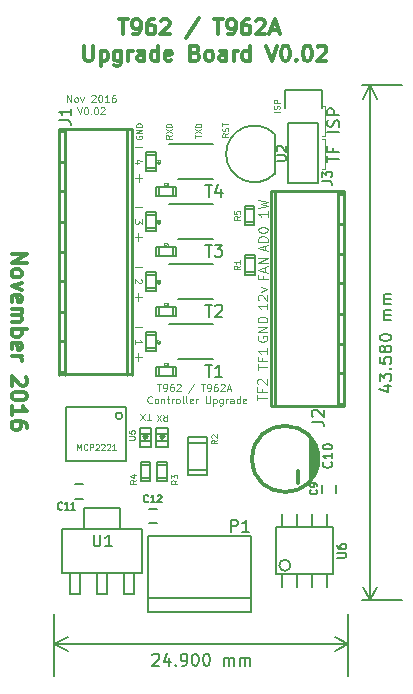
<source format=gto>
G04 #@! TF.FileFunction,Legend,Top*
%FSLAX46Y46*%
G04 Gerber Fmt 4.6, Leading zero omitted, Abs format (unit mm)*
G04 Created by KiCad (PCBNEW 4.0.4-stable) date 11/10/16 15:29:45*
%MOMM*%
%LPD*%
G01*
G04 APERTURE LIST*
%ADD10C,0.100000*%
%ADD11C,0.125000*%
%ADD12C,0.300000*%
%ADD13C,0.200000*%
%ADD14C,0.254000*%
%ADD15C,0.127000*%
%ADD16C,0.150000*%
%ADD17C,0.304800*%
%ADD18C,0.040640*%
%ADD19C,0.099060*%
%ADD20C,0.119380*%
%ADD21C,0.149860*%
%ADD22C,0.200660*%
G04 APERTURE END LIST*
D10*
D11*
X141018570Y-118188929D02*
X141361427Y-118188929D01*
X141189998Y-118788929D02*
X141189998Y-118188929D01*
X141589999Y-118788929D02*
X141704284Y-118788929D01*
X141761427Y-118760357D01*
X141789999Y-118731786D01*
X141847141Y-118646071D01*
X141875713Y-118531786D01*
X141875713Y-118303214D01*
X141847141Y-118246071D01*
X141818570Y-118217500D01*
X141761427Y-118188929D01*
X141647141Y-118188929D01*
X141589999Y-118217500D01*
X141561427Y-118246071D01*
X141532856Y-118303214D01*
X141532856Y-118446071D01*
X141561427Y-118503214D01*
X141589999Y-118531786D01*
X141647141Y-118560357D01*
X141761427Y-118560357D01*
X141818570Y-118531786D01*
X141847141Y-118503214D01*
X141875713Y-118446071D01*
X142389999Y-118188929D02*
X142275713Y-118188929D01*
X142218570Y-118217500D01*
X142189999Y-118246071D01*
X142132856Y-118331786D01*
X142104285Y-118446071D01*
X142104285Y-118674643D01*
X142132856Y-118731786D01*
X142161428Y-118760357D01*
X142218570Y-118788929D01*
X142332856Y-118788929D01*
X142389999Y-118760357D01*
X142418570Y-118731786D01*
X142447142Y-118674643D01*
X142447142Y-118531786D01*
X142418570Y-118474643D01*
X142389999Y-118446071D01*
X142332856Y-118417500D01*
X142218570Y-118417500D01*
X142161428Y-118446071D01*
X142132856Y-118474643D01*
X142104285Y-118531786D01*
X142675714Y-118246071D02*
X142704285Y-118217500D01*
X142761428Y-118188929D01*
X142904285Y-118188929D01*
X142961428Y-118217500D01*
X142989999Y-118246071D01*
X143018571Y-118303214D01*
X143018571Y-118360357D01*
X142989999Y-118446071D01*
X142647142Y-118788929D01*
X143018571Y-118788929D01*
X144161429Y-118160357D02*
X143647143Y-118931786D01*
X144732857Y-118188929D02*
X145075714Y-118188929D01*
X144904285Y-118788929D02*
X144904285Y-118188929D01*
X145304286Y-118788929D02*
X145418571Y-118788929D01*
X145475714Y-118760357D01*
X145504286Y-118731786D01*
X145561428Y-118646071D01*
X145590000Y-118531786D01*
X145590000Y-118303214D01*
X145561428Y-118246071D01*
X145532857Y-118217500D01*
X145475714Y-118188929D01*
X145361428Y-118188929D01*
X145304286Y-118217500D01*
X145275714Y-118246071D01*
X145247143Y-118303214D01*
X145247143Y-118446071D01*
X145275714Y-118503214D01*
X145304286Y-118531786D01*
X145361428Y-118560357D01*
X145475714Y-118560357D01*
X145532857Y-118531786D01*
X145561428Y-118503214D01*
X145590000Y-118446071D01*
X146104286Y-118188929D02*
X145990000Y-118188929D01*
X145932857Y-118217500D01*
X145904286Y-118246071D01*
X145847143Y-118331786D01*
X145818572Y-118446071D01*
X145818572Y-118674643D01*
X145847143Y-118731786D01*
X145875715Y-118760357D01*
X145932857Y-118788929D01*
X146047143Y-118788929D01*
X146104286Y-118760357D01*
X146132857Y-118731786D01*
X146161429Y-118674643D01*
X146161429Y-118531786D01*
X146132857Y-118474643D01*
X146104286Y-118446071D01*
X146047143Y-118417500D01*
X145932857Y-118417500D01*
X145875715Y-118446071D01*
X145847143Y-118474643D01*
X145818572Y-118531786D01*
X146390001Y-118246071D02*
X146418572Y-118217500D01*
X146475715Y-118188929D01*
X146618572Y-118188929D01*
X146675715Y-118217500D01*
X146704286Y-118246071D01*
X146732858Y-118303214D01*
X146732858Y-118360357D01*
X146704286Y-118446071D01*
X146361429Y-118788929D01*
X146732858Y-118788929D01*
X146961430Y-118617500D02*
X147247144Y-118617500D01*
X146904287Y-118788929D02*
X147104287Y-118188929D01*
X147304287Y-118788929D01*
X140575714Y-119756786D02*
X140547143Y-119785357D01*
X140461429Y-119813929D01*
X140404286Y-119813929D01*
X140318571Y-119785357D01*
X140261429Y-119728214D01*
X140232857Y-119671071D01*
X140204286Y-119556786D01*
X140204286Y-119471071D01*
X140232857Y-119356786D01*
X140261429Y-119299643D01*
X140318571Y-119242500D01*
X140404286Y-119213929D01*
X140461429Y-119213929D01*
X140547143Y-119242500D01*
X140575714Y-119271071D01*
X140918571Y-119813929D02*
X140861429Y-119785357D01*
X140832857Y-119756786D01*
X140804286Y-119699643D01*
X140804286Y-119528214D01*
X140832857Y-119471071D01*
X140861429Y-119442500D01*
X140918571Y-119413929D01*
X141004286Y-119413929D01*
X141061429Y-119442500D01*
X141090000Y-119471071D01*
X141118571Y-119528214D01*
X141118571Y-119699643D01*
X141090000Y-119756786D01*
X141061429Y-119785357D01*
X141004286Y-119813929D01*
X140918571Y-119813929D01*
X141375714Y-119413929D02*
X141375714Y-119813929D01*
X141375714Y-119471071D02*
X141404286Y-119442500D01*
X141461428Y-119413929D01*
X141547143Y-119413929D01*
X141604286Y-119442500D01*
X141632857Y-119499643D01*
X141632857Y-119813929D01*
X141832857Y-119413929D02*
X142061428Y-119413929D01*
X141918571Y-119213929D02*
X141918571Y-119728214D01*
X141947143Y-119785357D01*
X142004285Y-119813929D01*
X142061428Y-119813929D01*
X142261428Y-119813929D02*
X142261428Y-119413929D01*
X142261428Y-119528214D02*
X142290000Y-119471071D01*
X142318571Y-119442500D01*
X142375714Y-119413929D01*
X142432857Y-119413929D01*
X142718571Y-119813929D02*
X142661429Y-119785357D01*
X142632857Y-119756786D01*
X142604286Y-119699643D01*
X142604286Y-119528214D01*
X142632857Y-119471071D01*
X142661429Y-119442500D01*
X142718571Y-119413929D01*
X142804286Y-119413929D01*
X142861429Y-119442500D01*
X142890000Y-119471071D01*
X142918571Y-119528214D01*
X142918571Y-119699643D01*
X142890000Y-119756786D01*
X142861429Y-119785357D01*
X142804286Y-119813929D01*
X142718571Y-119813929D01*
X143261428Y-119813929D02*
X143204286Y-119785357D01*
X143175714Y-119728214D01*
X143175714Y-119213929D01*
X143575714Y-119813929D02*
X143518572Y-119785357D01*
X143490000Y-119728214D01*
X143490000Y-119213929D01*
X144032858Y-119785357D02*
X143975715Y-119813929D01*
X143861429Y-119813929D01*
X143804286Y-119785357D01*
X143775715Y-119728214D01*
X143775715Y-119499643D01*
X143804286Y-119442500D01*
X143861429Y-119413929D01*
X143975715Y-119413929D01*
X144032858Y-119442500D01*
X144061429Y-119499643D01*
X144061429Y-119556786D01*
X143775715Y-119613929D01*
X144318572Y-119813929D02*
X144318572Y-119413929D01*
X144318572Y-119528214D02*
X144347144Y-119471071D01*
X144375715Y-119442500D01*
X144432858Y-119413929D01*
X144490001Y-119413929D01*
X145147144Y-119213929D02*
X145147144Y-119699643D01*
X145175716Y-119756786D01*
X145204287Y-119785357D01*
X145261430Y-119813929D01*
X145375716Y-119813929D01*
X145432858Y-119785357D01*
X145461430Y-119756786D01*
X145490001Y-119699643D01*
X145490001Y-119213929D01*
X145775715Y-119413929D02*
X145775715Y-120013929D01*
X145775715Y-119442500D02*
X145832858Y-119413929D01*
X145947144Y-119413929D01*
X146004287Y-119442500D01*
X146032858Y-119471071D01*
X146061429Y-119528214D01*
X146061429Y-119699643D01*
X146032858Y-119756786D01*
X146004287Y-119785357D01*
X145947144Y-119813929D01*
X145832858Y-119813929D01*
X145775715Y-119785357D01*
X146575715Y-119413929D02*
X146575715Y-119899643D01*
X146547144Y-119956786D01*
X146518572Y-119985357D01*
X146461429Y-120013929D01*
X146375715Y-120013929D01*
X146318572Y-119985357D01*
X146575715Y-119785357D02*
X146518572Y-119813929D01*
X146404286Y-119813929D01*
X146347144Y-119785357D01*
X146318572Y-119756786D01*
X146290001Y-119699643D01*
X146290001Y-119528214D01*
X146318572Y-119471071D01*
X146347144Y-119442500D01*
X146404286Y-119413929D01*
X146518572Y-119413929D01*
X146575715Y-119442500D01*
X146861429Y-119813929D02*
X146861429Y-119413929D01*
X146861429Y-119528214D02*
X146890001Y-119471071D01*
X146918572Y-119442500D01*
X146975715Y-119413929D01*
X147032858Y-119413929D01*
X147490001Y-119813929D02*
X147490001Y-119499643D01*
X147461430Y-119442500D01*
X147404287Y-119413929D01*
X147290001Y-119413929D01*
X147232858Y-119442500D01*
X147490001Y-119785357D02*
X147432858Y-119813929D01*
X147290001Y-119813929D01*
X147232858Y-119785357D01*
X147204287Y-119728214D01*
X147204287Y-119671071D01*
X147232858Y-119613929D01*
X147290001Y-119585357D01*
X147432858Y-119585357D01*
X147490001Y-119556786D01*
X148032858Y-119813929D02*
X148032858Y-119213929D01*
X148032858Y-119785357D02*
X147975715Y-119813929D01*
X147861429Y-119813929D01*
X147804287Y-119785357D01*
X147775715Y-119756786D01*
X147747144Y-119699643D01*
X147747144Y-119528214D01*
X147775715Y-119471071D01*
X147804287Y-119442500D01*
X147861429Y-119413929D01*
X147975715Y-119413929D01*
X148032858Y-119442500D01*
X148547144Y-119785357D02*
X148490001Y-119813929D01*
X148375715Y-119813929D01*
X148318572Y-119785357D01*
X148290001Y-119728214D01*
X148290001Y-119499643D01*
X148318572Y-119442500D01*
X148375715Y-119413929D01*
X148490001Y-119413929D01*
X148547144Y-119442500D01*
X148575715Y-119499643D01*
X148575715Y-119556786D01*
X148290001Y-119613929D01*
X139518571Y-99474286D02*
X139118571Y-99474286D01*
X139747143Y-99331429D02*
X139318571Y-99188572D01*
X139318571Y-99560000D01*
X139718571Y-104250000D02*
X139718571Y-104621429D01*
X139490000Y-104421429D01*
X139490000Y-104507143D01*
X139461429Y-104564286D01*
X139432857Y-104592857D01*
X139375714Y-104621429D01*
X139232857Y-104621429D01*
X139175714Y-104592857D01*
X139147143Y-104564286D01*
X139118571Y-104507143D01*
X139118571Y-104335715D01*
X139147143Y-104278572D01*
X139175714Y-104250000D01*
X139661429Y-109328572D02*
X139690000Y-109357143D01*
X139718571Y-109414286D01*
X139718571Y-109557143D01*
X139690000Y-109614286D01*
X139661429Y-109642857D01*
X139604286Y-109671429D01*
X139547143Y-109671429D01*
X139461429Y-109642857D01*
X139118571Y-109300000D01*
X139118571Y-109671429D01*
X139128571Y-114781429D02*
X139128571Y-114438572D01*
X139128571Y-114610000D02*
X139728571Y-114610000D01*
X139642857Y-114552857D01*
X139585714Y-114495715D01*
X139557143Y-114438572D01*
D12*
X128701905Y-107182382D02*
X130001905Y-107182382D01*
X128701905Y-107925239D01*
X130001905Y-107925239D01*
X128701905Y-108730001D02*
X128763810Y-108606192D01*
X128825714Y-108544287D01*
X128949524Y-108482382D01*
X129320952Y-108482382D01*
X129444762Y-108544287D01*
X129506667Y-108606192D01*
X129568571Y-108730001D01*
X129568571Y-108915715D01*
X129506667Y-109039525D01*
X129444762Y-109101430D01*
X129320952Y-109163334D01*
X128949524Y-109163334D01*
X128825714Y-109101430D01*
X128763810Y-109039525D01*
X128701905Y-108915715D01*
X128701905Y-108730001D01*
X129568571Y-109596667D02*
X128701905Y-109906191D01*
X129568571Y-110215715D01*
X128763810Y-111206191D02*
X128701905Y-111082381D01*
X128701905Y-110834762D01*
X128763810Y-110710953D01*
X128887619Y-110649048D01*
X129382857Y-110649048D01*
X129506667Y-110710953D01*
X129568571Y-110834762D01*
X129568571Y-111082381D01*
X129506667Y-111206191D01*
X129382857Y-111268096D01*
X129259048Y-111268096D01*
X129135238Y-110649048D01*
X128701905Y-111825239D02*
X129568571Y-111825239D01*
X129444762Y-111825239D02*
X129506667Y-111887144D01*
X129568571Y-112010953D01*
X129568571Y-112196667D01*
X129506667Y-112320477D01*
X129382857Y-112382382D01*
X128701905Y-112382382D01*
X129382857Y-112382382D02*
X129506667Y-112444286D01*
X129568571Y-112568096D01*
X129568571Y-112753810D01*
X129506667Y-112877620D01*
X129382857Y-112939525D01*
X128701905Y-112939525D01*
X128701905Y-113558572D02*
X130001905Y-113558572D01*
X129506667Y-113558572D02*
X129568571Y-113682381D01*
X129568571Y-113930000D01*
X129506667Y-114053810D01*
X129444762Y-114115715D01*
X129320952Y-114177619D01*
X128949524Y-114177619D01*
X128825714Y-114115715D01*
X128763810Y-114053810D01*
X128701905Y-113930000D01*
X128701905Y-113682381D01*
X128763810Y-113558572D01*
X128763810Y-115230000D02*
X128701905Y-115106190D01*
X128701905Y-114858571D01*
X128763810Y-114734762D01*
X128887619Y-114672857D01*
X129382857Y-114672857D01*
X129506667Y-114734762D01*
X129568571Y-114858571D01*
X129568571Y-115106190D01*
X129506667Y-115230000D01*
X129382857Y-115291905D01*
X129259048Y-115291905D01*
X129135238Y-114672857D01*
X128701905Y-115849048D02*
X129568571Y-115849048D01*
X129320952Y-115849048D02*
X129444762Y-115910953D01*
X129506667Y-115972857D01*
X129568571Y-116096667D01*
X129568571Y-116220476D01*
X129878095Y-117582381D02*
X129940000Y-117644286D01*
X130001905Y-117768095D01*
X130001905Y-118077619D01*
X129940000Y-118201429D01*
X129878095Y-118263333D01*
X129754286Y-118325238D01*
X129630476Y-118325238D01*
X129444762Y-118263333D01*
X128701905Y-117520476D01*
X128701905Y-118325238D01*
X130001905Y-119130000D02*
X130001905Y-119253809D01*
X129940000Y-119377619D01*
X129878095Y-119439524D01*
X129754286Y-119501428D01*
X129506667Y-119563333D01*
X129197143Y-119563333D01*
X128949524Y-119501428D01*
X128825714Y-119439524D01*
X128763810Y-119377619D01*
X128701905Y-119253809D01*
X128701905Y-119130000D01*
X128763810Y-119006190D01*
X128825714Y-118944286D01*
X128949524Y-118882381D01*
X129197143Y-118820476D01*
X129506667Y-118820476D01*
X129754286Y-118882381D01*
X129878095Y-118944286D01*
X129940000Y-119006190D01*
X130001905Y-119130000D01*
X128701905Y-120801428D02*
X128701905Y-120058571D01*
X128701905Y-120430000D02*
X130001905Y-120430000D01*
X129816190Y-120306190D01*
X129692381Y-120182381D01*
X129630476Y-120058571D01*
X130001905Y-121915714D02*
X130001905Y-121668095D01*
X129940000Y-121544285D01*
X129878095Y-121482380D01*
X129692381Y-121358571D01*
X129444762Y-121296666D01*
X128949524Y-121296666D01*
X128825714Y-121358571D01*
X128763810Y-121420476D01*
X128701905Y-121544285D01*
X128701905Y-121791904D01*
X128763810Y-121915714D01*
X128825714Y-121977618D01*
X128949524Y-122039523D01*
X129259048Y-122039523D01*
X129382857Y-121977618D01*
X129444762Y-121915714D01*
X129506667Y-121791904D01*
X129506667Y-121544285D01*
X129444762Y-121420476D01*
X129382857Y-121358571D01*
X129259048Y-121296666D01*
X137775240Y-87283095D02*
X138518097Y-87283095D01*
X138146668Y-88583095D02*
X138146668Y-87283095D01*
X139013335Y-88583095D02*
X139260954Y-88583095D01*
X139384763Y-88521190D01*
X139446668Y-88459286D01*
X139570477Y-88273571D01*
X139632382Y-88025952D01*
X139632382Y-87530714D01*
X139570477Y-87406905D01*
X139508573Y-87345000D01*
X139384763Y-87283095D01*
X139137144Y-87283095D01*
X139013335Y-87345000D01*
X138951430Y-87406905D01*
X138889525Y-87530714D01*
X138889525Y-87840238D01*
X138951430Y-87964048D01*
X139013335Y-88025952D01*
X139137144Y-88087857D01*
X139384763Y-88087857D01*
X139508573Y-88025952D01*
X139570477Y-87964048D01*
X139632382Y-87840238D01*
X140746668Y-87283095D02*
X140499049Y-87283095D01*
X140375239Y-87345000D01*
X140313334Y-87406905D01*
X140189525Y-87592619D01*
X140127620Y-87840238D01*
X140127620Y-88335476D01*
X140189525Y-88459286D01*
X140251430Y-88521190D01*
X140375239Y-88583095D01*
X140622858Y-88583095D01*
X140746668Y-88521190D01*
X140808572Y-88459286D01*
X140870477Y-88335476D01*
X140870477Y-88025952D01*
X140808572Y-87902143D01*
X140746668Y-87840238D01*
X140622858Y-87778333D01*
X140375239Y-87778333D01*
X140251430Y-87840238D01*
X140189525Y-87902143D01*
X140127620Y-88025952D01*
X141365715Y-87406905D02*
X141427620Y-87345000D01*
X141551429Y-87283095D01*
X141860953Y-87283095D01*
X141984763Y-87345000D01*
X142046667Y-87406905D01*
X142108572Y-87530714D01*
X142108572Y-87654524D01*
X142046667Y-87840238D01*
X141303810Y-88583095D01*
X142108572Y-88583095D01*
X144584762Y-87221190D02*
X143470477Y-88892619D01*
X145822858Y-87283095D02*
X146565715Y-87283095D01*
X146194286Y-88583095D02*
X146194286Y-87283095D01*
X147060953Y-88583095D02*
X147308572Y-88583095D01*
X147432381Y-88521190D01*
X147494286Y-88459286D01*
X147618095Y-88273571D01*
X147680000Y-88025952D01*
X147680000Y-87530714D01*
X147618095Y-87406905D01*
X147556191Y-87345000D01*
X147432381Y-87283095D01*
X147184762Y-87283095D01*
X147060953Y-87345000D01*
X146999048Y-87406905D01*
X146937143Y-87530714D01*
X146937143Y-87840238D01*
X146999048Y-87964048D01*
X147060953Y-88025952D01*
X147184762Y-88087857D01*
X147432381Y-88087857D01*
X147556191Y-88025952D01*
X147618095Y-87964048D01*
X147680000Y-87840238D01*
X148794286Y-87283095D02*
X148546667Y-87283095D01*
X148422857Y-87345000D01*
X148360952Y-87406905D01*
X148237143Y-87592619D01*
X148175238Y-87840238D01*
X148175238Y-88335476D01*
X148237143Y-88459286D01*
X148299048Y-88521190D01*
X148422857Y-88583095D01*
X148670476Y-88583095D01*
X148794286Y-88521190D01*
X148856190Y-88459286D01*
X148918095Y-88335476D01*
X148918095Y-88025952D01*
X148856190Y-87902143D01*
X148794286Y-87840238D01*
X148670476Y-87778333D01*
X148422857Y-87778333D01*
X148299048Y-87840238D01*
X148237143Y-87902143D01*
X148175238Y-88025952D01*
X149413333Y-87406905D02*
X149475238Y-87345000D01*
X149599047Y-87283095D01*
X149908571Y-87283095D01*
X150032381Y-87345000D01*
X150094285Y-87406905D01*
X150156190Y-87530714D01*
X150156190Y-87654524D01*
X150094285Y-87840238D01*
X149351428Y-88583095D01*
X150156190Y-88583095D01*
X150651428Y-88211667D02*
X151270476Y-88211667D01*
X150527619Y-88583095D02*
X150960952Y-87283095D01*
X151394285Y-88583095D01*
X134865716Y-89533095D02*
X134865716Y-90585476D01*
X134927621Y-90709286D01*
X134989525Y-90771190D01*
X135113335Y-90833095D01*
X135360954Y-90833095D01*
X135484763Y-90771190D01*
X135546668Y-90709286D01*
X135608573Y-90585476D01*
X135608573Y-89533095D01*
X136227621Y-89966429D02*
X136227621Y-91266429D01*
X136227621Y-90028333D02*
X136351430Y-89966429D01*
X136599049Y-89966429D01*
X136722859Y-90028333D01*
X136784764Y-90090238D01*
X136846668Y-90214048D01*
X136846668Y-90585476D01*
X136784764Y-90709286D01*
X136722859Y-90771190D01*
X136599049Y-90833095D01*
X136351430Y-90833095D01*
X136227621Y-90771190D01*
X137960954Y-89966429D02*
X137960954Y-91018810D01*
X137899049Y-91142619D01*
X137837144Y-91204524D01*
X137713335Y-91266429D01*
X137527620Y-91266429D01*
X137403811Y-91204524D01*
X137960954Y-90771190D02*
X137837144Y-90833095D01*
X137589525Y-90833095D01*
X137465716Y-90771190D01*
X137403811Y-90709286D01*
X137341906Y-90585476D01*
X137341906Y-90214048D01*
X137403811Y-90090238D01*
X137465716Y-90028333D01*
X137589525Y-89966429D01*
X137837144Y-89966429D01*
X137960954Y-90028333D01*
X138580001Y-90833095D02*
X138580001Y-89966429D01*
X138580001Y-90214048D02*
X138641906Y-90090238D01*
X138703810Y-90028333D01*
X138827620Y-89966429D01*
X138951429Y-89966429D01*
X139941906Y-90833095D02*
X139941906Y-90152143D01*
X139880001Y-90028333D01*
X139756191Y-89966429D01*
X139508572Y-89966429D01*
X139384763Y-90028333D01*
X139941906Y-90771190D02*
X139818096Y-90833095D01*
X139508572Y-90833095D01*
X139384763Y-90771190D01*
X139322858Y-90647381D01*
X139322858Y-90523571D01*
X139384763Y-90399762D01*
X139508572Y-90337857D01*
X139818096Y-90337857D01*
X139941906Y-90275952D01*
X141118096Y-90833095D02*
X141118096Y-89533095D01*
X141118096Y-90771190D02*
X140994286Y-90833095D01*
X140746667Y-90833095D01*
X140622858Y-90771190D01*
X140560953Y-90709286D01*
X140499048Y-90585476D01*
X140499048Y-90214048D01*
X140560953Y-90090238D01*
X140622858Y-90028333D01*
X140746667Y-89966429D01*
X140994286Y-89966429D01*
X141118096Y-90028333D01*
X142232381Y-90771190D02*
X142108571Y-90833095D01*
X141860952Y-90833095D01*
X141737143Y-90771190D01*
X141675238Y-90647381D01*
X141675238Y-90152143D01*
X141737143Y-90028333D01*
X141860952Y-89966429D01*
X142108571Y-89966429D01*
X142232381Y-90028333D01*
X142294286Y-90152143D01*
X142294286Y-90275952D01*
X141675238Y-90399762D01*
X144275238Y-90152143D02*
X144460952Y-90214048D01*
X144522857Y-90275952D01*
X144584762Y-90399762D01*
X144584762Y-90585476D01*
X144522857Y-90709286D01*
X144460952Y-90771190D01*
X144337143Y-90833095D01*
X143841905Y-90833095D01*
X143841905Y-89533095D01*
X144275238Y-89533095D01*
X144399048Y-89595000D01*
X144460952Y-89656905D01*
X144522857Y-89780714D01*
X144522857Y-89904524D01*
X144460952Y-90028333D01*
X144399048Y-90090238D01*
X144275238Y-90152143D01*
X143841905Y-90152143D01*
X145327619Y-90833095D02*
X145203810Y-90771190D01*
X145141905Y-90709286D01*
X145080000Y-90585476D01*
X145080000Y-90214048D01*
X145141905Y-90090238D01*
X145203810Y-90028333D01*
X145327619Y-89966429D01*
X145513333Y-89966429D01*
X145637143Y-90028333D01*
X145699048Y-90090238D01*
X145760952Y-90214048D01*
X145760952Y-90585476D01*
X145699048Y-90709286D01*
X145637143Y-90771190D01*
X145513333Y-90833095D01*
X145327619Y-90833095D01*
X146875238Y-90833095D02*
X146875238Y-90152143D01*
X146813333Y-90028333D01*
X146689523Y-89966429D01*
X146441904Y-89966429D01*
X146318095Y-90028333D01*
X146875238Y-90771190D02*
X146751428Y-90833095D01*
X146441904Y-90833095D01*
X146318095Y-90771190D01*
X146256190Y-90647381D01*
X146256190Y-90523571D01*
X146318095Y-90399762D01*
X146441904Y-90337857D01*
X146751428Y-90337857D01*
X146875238Y-90275952D01*
X147494285Y-90833095D02*
X147494285Y-89966429D01*
X147494285Y-90214048D02*
X147556190Y-90090238D01*
X147618094Y-90028333D01*
X147741904Y-89966429D01*
X147865713Y-89966429D01*
X148856190Y-90833095D02*
X148856190Y-89533095D01*
X148856190Y-90771190D02*
X148732380Y-90833095D01*
X148484761Y-90833095D01*
X148360952Y-90771190D01*
X148299047Y-90709286D01*
X148237142Y-90585476D01*
X148237142Y-90214048D01*
X148299047Y-90090238D01*
X148360952Y-90028333D01*
X148484761Y-89966429D01*
X148732380Y-89966429D01*
X148856190Y-90028333D01*
X150279999Y-89533095D02*
X150713332Y-90833095D01*
X151146665Y-89533095D01*
X151827618Y-89533095D02*
X151951427Y-89533095D01*
X152075237Y-89595000D01*
X152137142Y-89656905D01*
X152199046Y-89780714D01*
X152260951Y-90028333D01*
X152260951Y-90337857D01*
X152199046Y-90585476D01*
X152137142Y-90709286D01*
X152075237Y-90771190D01*
X151951427Y-90833095D01*
X151827618Y-90833095D01*
X151703808Y-90771190D01*
X151641904Y-90709286D01*
X151579999Y-90585476D01*
X151518094Y-90337857D01*
X151518094Y-90028333D01*
X151579999Y-89780714D01*
X151641904Y-89656905D01*
X151703808Y-89595000D01*
X151827618Y-89533095D01*
X152818094Y-90709286D02*
X152879999Y-90771190D01*
X152818094Y-90833095D01*
X152756189Y-90771190D01*
X152818094Y-90709286D01*
X152818094Y-90833095D01*
X153684761Y-89533095D02*
X153808570Y-89533095D01*
X153932380Y-89595000D01*
X153994285Y-89656905D01*
X154056189Y-89780714D01*
X154118094Y-90028333D01*
X154118094Y-90337857D01*
X154056189Y-90585476D01*
X153994285Y-90709286D01*
X153932380Y-90771190D01*
X153808570Y-90833095D01*
X153684761Y-90833095D01*
X153560951Y-90771190D01*
X153499047Y-90709286D01*
X153437142Y-90585476D01*
X153375237Y-90337857D01*
X153375237Y-90028333D01*
X153437142Y-89780714D01*
X153499047Y-89656905D01*
X153560951Y-89595000D01*
X153684761Y-89533095D01*
X154613332Y-89656905D02*
X154675237Y-89595000D01*
X154799046Y-89533095D01*
X155108570Y-89533095D01*
X155232380Y-89595000D01*
X155294284Y-89656905D01*
X155356189Y-89780714D01*
X155356189Y-89904524D01*
X155294284Y-90090238D01*
X154551427Y-90833095D01*
X155356189Y-90833095D01*
D11*
X149952857Y-109067618D02*
X149952857Y-109334285D01*
X150371905Y-109334285D02*
X149571905Y-109334285D01*
X149571905Y-108953332D01*
X150143333Y-108686666D02*
X150143333Y-108305714D01*
X150371905Y-108762857D02*
X149571905Y-108496190D01*
X150371905Y-108229523D01*
X150371905Y-107962857D02*
X149571905Y-107962857D01*
X150371905Y-107505714D01*
X149571905Y-107505714D01*
X139115238Y-113387143D02*
X139724762Y-113387143D01*
X139115238Y-115924286D02*
X139724762Y-115924286D01*
X139420000Y-116267143D02*
X139420000Y-115581429D01*
X139115238Y-108277143D02*
X139724762Y-108277143D01*
X139115238Y-110804286D02*
X139724762Y-110804286D01*
X139420000Y-111147143D02*
X139420000Y-110461429D01*
X139115238Y-103237143D02*
X139724762Y-103237143D01*
X139115238Y-105774286D02*
X139724762Y-105774286D01*
X139420000Y-106117143D02*
X139420000Y-105431429D01*
X140467143Y-121263810D02*
X140124286Y-121263810D01*
X140295715Y-120763810D02*
X140295715Y-121263810D01*
X139981429Y-121263810D02*
X139581429Y-120763810D01*
X139581429Y-121263810D02*
X139981429Y-120763810D01*
X141533333Y-120773810D02*
X141700000Y-121011905D01*
X141819047Y-120773810D02*
X141819047Y-121273810D01*
X141628571Y-121273810D01*
X141580952Y-121250000D01*
X141557143Y-121226190D01*
X141533333Y-121178571D01*
X141533333Y-121107143D01*
X141557143Y-121059524D01*
X141580952Y-121035714D01*
X141628571Y-121011905D01*
X141819047Y-121011905D01*
X141366666Y-121273810D02*
X141033333Y-120773810D01*
X141033333Y-121273810D02*
X141366666Y-120773810D01*
X133407142Y-94318929D02*
X133407142Y-93718929D01*
X133749999Y-94318929D01*
X133749999Y-93718929D01*
X134121427Y-94318929D02*
X134064285Y-94290357D01*
X134035713Y-94261786D01*
X134007142Y-94204643D01*
X134007142Y-94033214D01*
X134035713Y-93976071D01*
X134064285Y-93947500D01*
X134121427Y-93918929D01*
X134207142Y-93918929D01*
X134264285Y-93947500D01*
X134292856Y-93976071D01*
X134321427Y-94033214D01*
X134321427Y-94204643D01*
X134292856Y-94261786D01*
X134264285Y-94290357D01*
X134207142Y-94318929D01*
X134121427Y-94318929D01*
X134521427Y-93918929D02*
X134664284Y-94318929D01*
X134807142Y-93918929D01*
X135464285Y-93776071D02*
X135492856Y-93747500D01*
X135549999Y-93718929D01*
X135692856Y-93718929D01*
X135749999Y-93747500D01*
X135778570Y-93776071D01*
X135807142Y-93833214D01*
X135807142Y-93890357D01*
X135778570Y-93976071D01*
X135435713Y-94318929D01*
X135807142Y-94318929D01*
X136178571Y-93718929D02*
X136235714Y-93718929D01*
X136292857Y-93747500D01*
X136321428Y-93776071D01*
X136349999Y-93833214D01*
X136378571Y-93947500D01*
X136378571Y-94090357D01*
X136349999Y-94204643D01*
X136321428Y-94261786D01*
X136292857Y-94290357D01*
X136235714Y-94318929D01*
X136178571Y-94318929D01*
X136121428Y-94290357D01*
X136092857Y-94261786D01*
X136064285Y-94204643D01*
X136035714Y-94090357D01*
X136035714Y-93947500D01*
X136064285Y-93833214D01*
X136092857Y-93776071D01*
X136121428Y-93747500D01*
X136178571Y-93718929D01*
X136950000Y-94318929D02*
X136607143Y-94318929D01*
X136778571Y-94318929D02*
X136778571Y-93718929D01*
X136721428Y-93804643D01*
X136664286Y-93861786D01*
X136607143Y-93890357D01*
X137464286Y-93718929D02*
X137350000Y-93718929D01*
X137292857Y-93747500D01*
X137264286Y-93776071D01*
X137207143Y-93861786D01*
X137178572Y-93976071D01*
X137178572Y-94204643D01*
X137207143Y-94261786D01*
X137235715Y-94290357D01*
X137292857Y-94318929D01*
X137407143Y-94318929D01*
X137464286Y-94290357D01*
X137492857Y-94261786D01*
X137521429Y-94204643D01*
X137521429Y-94061786D01*
X137492857Y-94004643D01*
X137464286Y-93976071D01*
X137407143Y-93947500D01*
X137292857Y-93947500D01*
X137235715Y-93976071D01*
X137207143Y-94004643D01*
X137178572Y-94061786D01*
X134250000Y-94743929D02*
X134450000Y-95343929D01*
X134650000Y-94743929D01*
X134964286Y-94743929D02*
X135021429Y-94743929D01*
X135078572Y-94772500D01*
X135107143Y-94801071D01*
X135135714Y-94858214D01*
X135164286Y-94972500D01*
X135164286Y-95115357D01*
X135135714Y-95229643D01*
X135107143Y-95286786D01*
X135078572Y-95315357D01*
X135021429Y-95343929D01*
X134964286Y-95343929D01*
X134907143Y-95315357D01*
X134878572Y-95286786D01*
X134850000Y-95229643D01*
X134821429Y-95115357D01*
X134821429Y-94972500D01*
X134850000Y-94858214D01*
X134878572Y-94801071D01*
X134907143Y-94772500D01*
X134964286Y-94743929D01*
X135421429Y-95286786D02*
X135450001Y-95315357D01*
X135421429Y-95343929D01*
X135392858Y-95315357D01*
X135421429Y-95286786D01*
X135421429Y-95343929D01*
X135821429Y-94743929D02*
X135878572Y-94743929D01*
X135935715Y-94772500D01*
X135964286Y-94801071D01*
X135992857Y-94858214D01*
X136021429Y-94972500D01*
X136021429Y-95115357D01*
X135992857Y-95229643D01*
X135964286Y-95286786D01*
X135935715Y-95315357D01*
X135878572Y-95343929D01*
X135821429Y-95343929D01*
X135764286Y-95315357D01*
X135735715Y-95286786D01*
X135707143Y-95229643D01*
X135678572Y-95115357D01*
X135678572Y-94972500D01*
X135707143Y-94858214D01*
X135735715Y-94801071D01*
X135764286Y-94772500D01*
X135821429Y-94743929D01*
X136250001Y-94801071D02*
X136278572Y-94772500D01*
X136335715Y-94743929D01*
X136478572Y-94743929D01*
X136535715Y-94772500D01*
X136564286Y-94801071D01*
X136592858Y-94858214D01*
X136592858Y-94915357D01*
X136564286Y-95001071D01*
X136221429Y-95343929D01*
X136592858Y-95343929D01*
D13*
X140627143Y-141127619D02*
X140674762Y-141080000D01*
X140770000Y-141032381D01*
X141008096Y-141032381D01*
X141103334Y-141080000D01*
X141150953Y-141127619D01*
X141198572Y-141222857D01*
X141198572Y-141318095D01*
X141150953Y-141460952D01*
X140579524Y-142032381D01*
X141198572Y-142032381D01*
X142055715Y-141365714D02*
X142055715Y-142032381D01*
X141817619Y-140984762D02*
X141579524Y-141699048D01*
X142198572Y-141699048D01*
X142579524Y-141937143D02*
X142627143Y-141984762D01*
X142579524Y-142032381D01*
X142531905Y-141984762D01*
X142579524Y-141937143D01*
X142579524Y-142032381D01*
X143103333Y-142032381D02*
X143293809Y-142032381D01*
X143389048Y-141984762D01*
X143436667Y-141937143D01*
X143531905Y-141794286D01*
X143579524Y-141603810D01*
X143579524Y-141222857D01*
X143531905Y-141127619D01*
X143484286Y-141080000D01*
X143389048Y-141032381D01*
X143198571Y-141032381D01*
X143103333Y-141080000D01*
X143055714Y-141127619D01*
X143008095Y-141222857D01*
X143008095Y-141460952D01*
X143055714Y-141556190D01*
X143103333Y-141603810D01*
X143198571Y-141651429D01*
X143389048Y-141651429D01*
X143484286Y-141603810D01*
X143531905Y-141556190D01*
X143579524Y-141460952D01*
X144198571Y-141032381D02*
X144293810Y-141032381D01*
X144389048Y-141080000D01*
X144436667Y-141127619D01*
X144484286Y-141222857D01*
X144531905Y-141413333D01*
X144531905Y-141651429D01*
X144484286Y-141841905D01*
X144436667Y-141937143D01*
X144389048Y-141984762D01*
X144293810Y-142032381D01*
X144198571Y-142032381D01*
X144103333Y-141984762D01*
X144055714Y-141937143D01*
X144008095Y-141841905D01*
X143960476Y-141651429D01*
X143960476Y-141413333D01*
X144008095Y-141222857D01*
X144055714Y-141127619D01*
X144103333Y-141080000D01*
X144198571Y-141032381D01*
X145150952Y-141032381D02*
X145246191Y-141032381D01*
X145341429Y-141080000D01*
X145389048Y-141127619D01*
X145436667Y-141222857D01*
X145484286Y-141413333D01*
X145484286Y-141651429D01*
X145436667Y-141841905D01*
X145389048Y-141937143D01*
X145341429Y-141984762D01*
X145246191Y-142032381D01*
X145150952Y-142032381D01*
X145055714Y-141984762D01*
X145008095Y-141937143D01*
X144960476Y-141841905D01*
X144912857Y-141651429D01*
X144912857Y-141413333D01*
X144960476Y-141222857D01*
X145008095Y-141127619D01*
X145055714Y-141080000D01*
X145150952Y-141032381D01*
X146674762Y-142032381D02*
X146674762Y-141365714D01*
X146674762Y-141460952D02*
X146722381Y-141413333D01*
X146817619Y-141365714D01*
X146960477Y-141365714D01*
X147055715Y-141413333D01*
X147103334Y-141508571D01*
X147103334Y-142032381D01*
X147103334Y-141508571D02*
X147150953Y-141413333D01*
X147246191Y-141365714D01*
X147389048Y-141365714D01*
X147484286Y-141413333D01*
X147531905Y-141508571D01*
X147531905Y-142032381D01*
X148008095Y-142032381D02*
X148008095Y-141365714D01*
X148008095Y-141460952D02*
X148055714Y-141413333D01*
X148150952Y-141365714D01*
X148293810Y-141365714D01*
X148389048Y-141413333D01*
X148436667Y-141508571D01*
X148436667Y-142032381D01*
X148436667Y-141508571D02*
X148484286Y-141413333D01*
X148579524Y-141365714D01*
X148722381Y-141365714D01*
X148817619Y-141413333D01*
X148865238Y-141508571D01*
X148865238Y-142032381D01*
X132320000Y-140230000D02*
X157220000Y-140230000D01*
X132320000Y-137620000D02*
X132320000Y-142930000D01*
X157220000Y-137620000D02*
X157220000Y-142930000D01*
X157220000Y-140230000D02*
X156093496Y-140816421D01*
X157220000Y-140230000D02*
X156093496Y-139643579D01*
X132320000Y-140230000D02*
X133446504Y-140816421D01*
X132320000Y-140230000D02*
X133446504Y-139643579D01*
X160195714Y-118356666D02*
X160862381Y-118356666D01*
X159814762Y-118594762D02*
X160529048Y-118832857D01*
X160529048Y-118213809D01*
X159862381Y-117928095D02*
X159862381Y-117309047D01*
X160243333Y-117642381D01*
X160243333Y-117499523D01*
X160290952Y-117404285D01*
X160338571Y-117356666D01*
X160433810Y-117309047D01*
X160671905Y-117309047D01*
X160767143Y-117356666D01*
X160814762Y-117404285D01*
X160862381Y-117499523D01*
X160862381Y-117785238D01*
X160814762Y-117880476D01*
X160767143Y-117928095D01*
X160767143Y-116880476D02*
X160814762Y-116832857D01*
X160862381Y-116880476D01*
X160814762Y-116928095D01*
X160767143Y-116880476D01*
X160862381Y-116880476D01*
X159862381Y-115928095D02*
X159862381Y-116404286D01*
X160338571Y-116451905D01*
X160290952Y-116404286D01*
X160243333Y-116309048D01*
X160243333Y-116070952D01*
X160290952Y-115975714D01*
X160338571Y-115928095D01*
X160433810Y-115880476D01*
X160671905Y-115880476D01*
X160767143Y-115928095D01*
X160814762Y-115975714D01*
X160862381Y-116070952D01*
X160862381Y-116309048D01*
X160814762Y-116404286D01*
X160767143Y-116451905D01*
X160290952Y-115309048D02*
X160243333Y-115404286D01*
X160195714Y-115451905D01*
X160100476Y-115499524D01*
X160052857Y-115499524D01*
X159957619Y-115451905D01*
X159910000Y-115404286D01*
X159862381Y-115309048D01*
X159862381Y-115118571D01*
X159910000Y-115023333D01*
X159957619Y-114975714D01*
X160052857Y-114928095D01*
X160100476Y-114928095D01*
X160195714Y-114975714D01*
X160243333Y-115023333D01*
X160290952Y-115118571D01*
X160290952Y-115309048D01*
X160338571Y-115404286D01*
X160386190Y-115451905D01*
X160481429Y-115499524D01*
X160671905Y-115499524D01*
X160767143Y-115451905D01*
X160814762Y-115404286D01*
X160862381Y-115309048D01*
X160862381Y-115118571D01*
X160814762Y-115023333D01*
X160767143Y-114975714D01*
X160671905Y-114928095D01*
X160481429Y-114928095D01*
X160386190Y-114975714D01*
X160338571Y-115023333D01*
X160290952Y-115118571D01*
X159862381Y-114309048D02*
X159862381Y-114213809D01*
X159910000Y-114118571D01*
X159957619Y-114070952D01*
X160052857Y-114023333D01*
X160243333Y-113975714D01*
X160481429Y-113975714D01*
X160671905Y-114023333D01*
X160767143Y-114070952D01*
X160814762Y-114118571D01*
X160862381Y-114213809D01*
X160862381Y-114309048D01*
X160814762Y-114404286D01*
X160767143Y-114451905D01*
X160671905Y-114499524D01*
X160481429Y-114547143D01*
X160243333Y-114547143D01*
X160052857Y-114499524D01*
X159957619Y-114451905D01*
X159910000Y-114404286D01*
X159862381Y-114309048D01*
X160862381Y-112785238D02*
X160195714Y-112785238D01*
X160290952Y-112785238D02*
X160243333Y-112737619D01*
X160195714Y-112642381D01*
X160195714Y-112499523D01*
X160243333Y-112404285D01*
X160338571Y-112356666D01*
X160862381Y-112356666D01*
X160338571Y-112356666D02*
X160243333Y-112309047D01*
X160195714Y-112213809D01*
X160195714Y-112070952D01*
X160243333Y-111975714D01*
X160338571Y-111928095D01*
X160862381Y-111928095D01*
X160862381Y-111451905D02*
X160195714Y-111451905D01*
X160290952Y-111451905D02*
X160243333Y-111404286D01*
X160195714Y-111309048D01*
X160195714Y-111166190D01*
X160243333Y-111070952D01*
X160338571Y-111023333D01*
X160862381Y-111023333D01*
X160338571Y-111023333D02*
X160243333Y-110975714D01*
X160195714Y-110880476D01*
X160195714Y-110737619D01*
X160243333Y-110642381D01*
X160338571Y-110594762D01*
X160862381Y-110594762D01*
X159060000Y-136480000D02*
X159060000Y-92900000D01*
X158400000Y-136480000D02*
X161760000Y-136480000D01*
X158400000Y-92900000D02*
X161760000Y-92900000D01*
X159060000Y-92900000D02*
X159646421Y-94026504D01*
X159060000Y-92900000D02*
X158473579Y-94026504D01*
X159060000Y-136480000D02*
X159646421Y-135353496D01*
X159060000Y-136480000D02*
X158473579Y-135353496D01*
D11*
X139165238Y-100724286D02*
X139774762Y-100724286D01*
X139470000Y-101067143D02*
X139470000Y-100381429D01*
X139125238Y-98127143D02*
X139734762Y-98127143D01*
X139260000Y-97170953D02*
X139236190Y-97218572D01*
X139236190Y-97290000D01*
X139260000Y-97361429D01*
X139307619Y-97409048D01*
X139355238Y-97432857D01*
X139450476Y-97456667D01*
X139521905Y-97456667D01*
X139617143Y-97432857D01*
X139664762Y-97409048D01*
X139712381Y-97361429D01*
X139736190Y-97290000D01*
X139736190Y-97242381D01*
X139712381Y-97170953D01*
X139688571Y-97147143D01*
X139521905Y-97147143D01*
X139521905Y-97242381D01*
X139736190Y-96932857D02*
X139236190Y-96932857D01*
X139736190Y-96647143D01*
X139236190Y-96647143D01*
X139736190Y-96409047D02*
X139236190Y-96409047D01*
X139236190Y-96290000D01*
X139260000Y-96218571D01*
X139307619Y-96170952D01*
X139355238Y-96147143D01*
X139450476Y-96123333D01*
X139521905Y-96123333D01*
X139617143Y-96147143D01*
X139664762Y-96170952D01*
X139712381Y-96218571D01*
X139736190Y-96290000D01*
X139736190Y-96409047D01*
X142246190Y-97113333D02*
X142008095Y-97280000D01*
X142246190Y-97399047D02*
X141746190Y-97399047D01*
X141746190Y-97208571D01*
X141770000Y-97160952D01*
X141793810Y-97137143D01*
X141841429Y-97113333D01*
X141912857Y-97113333D01*
X141960476Y-97137143D01*
X141984286Y-97160952D01*
X142008095Y-97208571D01*
X142008095Y-97399047D01*
X141746190Y-96946666D02*
X142246190Y-96613333D01*
X141746190Y-96613333D02*
X142246190Y-96946666D01*
X142246190Y-96422857D02*
X141746190Y-96422857D01*
X141746190Y-96303810D01*
X141770000Y-96232381D01*
X141817619Y-96184762D01*
X141865238Y-96160953D01*
X141960476Y-96137143D01*
X142031905Y-96137143D01*
X142127143Y-96160953D01*
X142174762Y-96184762D01*
X142222381Y-96232381D01*
X142246190Y-96303810D01*
X142246190Y-96422857D01*
X144266190Y-97350952D02*
X144266190Y-97065238D01*
X144766190Y-97208095D02*
X144266190Y-97208095D01*
X144266190Y-96946190D02*
X144766190Y-96612857D01*
X144266190Y-96612857D02*
X144766190Y-96946190D01*
X144766190Y-96422381D02*
X144266190Y-96422381D01*
X144266190Y-96303334D01*
X144290000Y-96231905D01*
X144337619Y-96184286D01*
X144385238Y-96160477D01*
X144480476Y-96136667D01*
X144551905Y-96136667D01*
X144647143Y-96160477D01*
X144694762Y-96184286D01*
X144742381Y-96231905D01*
X144766190Y-96303334D01*
X144766190Y-96422381D01*
X147036190Y-96973809D02*
X146798095Y-97140476D01*
X147036190Y-97259523D02*
X146536190Y-97259523D01*
X146536190Y-97069047D01*
X146560000Y-97021428D01*
X146583810Y-96997619D01*
X146631429Y-96973809D01*
X146702857Y-96973809D01*
X146750476Y-96997619D01*
X146774286Y-97021428D01*
X146798095Y-97069047D01*
X146798095Y-97259523D01*
X147012381Y-96783333D02*
X147036190Y-96711904D01*
X147036190Y-96592857D01*
X147012381Y-96545238D01*
X146988571Y-96521428D01*
X146940952Y-96497619D01*
X146893333Y-96497619D01*
X146845714Y-96521428D01*
X146821905Y-96545238D01*
X146798095Y-96592857D01*
X146774286Y-96688095D01*
X146750476Y-96735714D01*
X146726667Y-96759523D01*
X146679048Y-96783333D01*
X146631429Y-96783333D01*
X146583810Y-96759523D01*
X146560000Y-96735714D01*
X146536190Y-96688095D01*
X146536190Y-96569047D01*
X146560000Y-96497619D01*
X146536190Y-96354762D02*
X146536190Y-96069048D01*
X147036190Y-96211905D02*
X146536190Y-96211905D01*
X151406190Y-95128094D02*
X150906190Y-95128094D01*
X151382381Y-94913809D02*
X151406190Y-94842380D01*
X151406190Y-94723333D01*
X151382381Y-94675714D01*
X151358571Y-94651904D01*
X151310952Y-94628095D01*
X151263333Y-94628095D01*
X151215714Y-94651904D01*
X151191905Y-94675714D01*
X151168095Y-94723333D01*
X151144286Y-94818571D01*
X151120476Y-94866190D01*
X151096667Y-94889999D01*
X151049048Y-94913809D01*
X151001429Y-94913809D01*
X150953810Y-94889999D01*
X150930000Y-94866190D01*
X150906190Y-94818571D01*
X150906190Y-94699523D01*
X150930000Y-94628095D01*
X151406190Y-94413809D02*
X150906190Y-94413809D01*
X150906190Y-94223333D01*
X150930000Y-94175714D01*
X150953810Y-94151905D01*
X151001429Y-94128095D01*
X151072857Y-94128095D01*
X151120476Y-94151905D01*
X151144286Y-94175714D01*
X151168095Y-94223333D01*
X151168095Y-94413809D01*
D13*
X155432381Y-99414286D02*
X155432381Y-98842857D01*
X156432381Y-99128572D02*
X155432381Y-99128572D01*
X155908571Y-98176190D02*
X155908571Y-98509524D01*
X156432381Y-98509524D02*
X155432381Y-98509524D01*
X155432381Y-98033333D01*
D10*
X154940000Y-97410000D02*
X155260000Y-97410000D01*
X155260000Y-100010000D02*
X154940000Y-100010000D01*
X155260000Y-97410000D02*
X155260000Y-100010000D01*
X155260000Y-97220000D02*
X154940000Y-97220000D01*
X155260000Y-94620000D02*
X155260000Y-97220000D01*
X154940000Y-94620000D02*
X155260000Y-94620000D01*
D13*
X156432381Y-96846190D02*
X155432381Y-96846190D01*
X156384762Y-96417619D02*
X156432381Y-96274762D01*
X156432381Y-96036666D01*
X156384762Y-95941428D01*
X156337143Y-95893809D01*
X156241905Y-95846190D01*
X156146667Y-95846190D01*
X156051429Y-95893809D01*
X156003810Y-95941428D01*
X155956190Y-96036666D01*
X155908571Y-96227143D01*
X155860952Y-96322381D01*
X155813333Y-96370000D01*
X155718095Y-96417619D01*
X155622857Y-96417619D01*
X155527619Y-96370000D01*
X155480000Y-96322381D01*
X155432381Y-96227143D01*
X155432381Y-95989047D01*
X155480000Y-95846190D01*
X156432381Y-95417619D02*
X155432381Y-95417619D01*
X155432381Y-95036666D01*
X155480000Y-94941428D01*
X155527619Y-94893809D01*
X155622857Y-94846190D01*
X155765714Y-94846190D01*
X155860952Y-94893809D01*
X155908571Y-94941428D01*
X155956190Y-95036666D01*
X155956190Y-95417619D01*
D11*
X149501905Y-119562381D02*
X149501905Y-119105238D01*
X150301905Y-119333809D02*
X149501905Y-119333809D01*
X149882857Y-118571904D02*
X149882857Y-118838571D01*
X150301905Y-118838571D02*
X149501905Y-118838571D01*
X149501905Y-118457618D01*
X149578095Y-118190952D02*
X149540000Y-118152857D01*
X149501905Y-118076666D01*
X149501905Y-117886190D01*
X149540000Y-117810000D01*
X149578095Y-117771904D01*
X149654286Y-117733809D01*
X149730476Y-117733809D01*
X149844762Y-117771904D01*
X150301905Y-118229047D01*
X150301905Y-117733809D01*
X149561905Y-116972381D02*
X149561905Y-116515238D01*
X150361905Y-116743809D02*
X149561905Y-116743809D01*
X149942857Y-115981904D02*
X149942857Y-116248571D01*
X150361905Y-116248571D02*
X149561905Y-116248571D01*
X149561905Y-115867618D01*
X150361905Y-115143809D02*
X150361905Y-115600952D01*
X150361905Y-115372381D02*
X149561905Y-115372381D01*
X149676190Y-115448571D01*
X149752381Y-115524762D01*
X149790476Y-115600952D01*
X150351905Y-111387143D02*
X150351905Y-111844286D01*
X150351905Y-111615715D02*
X149551905Y-111615715D01*
X149666190Y-111691905D01*
X149742381Y-111768096D01*
X149780476Y-111844286D01*
X149628095Y-111082381D02*
X149590000Y-111044286D01*
X149551905Y-110968095D01*
X149551905Y-110777619D01*
X149590000Y-110701429D01*
X149628095Y-110663333D01*
X149704286Y-110625238D01*
X149780476Y-110625238D01*
X149894762Y-110663333D01*
X150351905Y-111120476D01*
X150351905Y-110625238D01*
X149818571Y-110358571D02*
X150351905Y-110168095D01*
X149818571Y-109977619D01*
X149600000Y-114159523D02*
X149561905Y-114235714D01*
X149561905Y-114349999D01*
X149600000Y-114464285D01*
X149676190Y-114540476D01*
X149752381Y-114578571D01*
X149904762Y-114616666D01*
X150019048Y-114616666D01*
X150171429Y-114578571D01*
X150247619Y-114540476D01*
X150323810Y-114464285D01*
X150361905Y-114349999D01*
X150361905Y-114273809D01*
X150323810Y-114159523D01*
X150285714Y-114121428D01*
X150019048Y-114121428D01*
X150019048Y-114273809D01*
X150361905Y-113778571D02*
X149561905Y-113778571D01*
X150361905Y-113321428D01*
X149561905Y-113321428D01*
X150361905Y-112940476D02*
X149561905Y-112940476D01*
X149561905Y-112750000D01*
X149600000Y-112635714D01*
X149676190Y-112559523D01*
X149752381Y-112521428D01*
X149904762Y-112483333D01*
X150019048Y-112483333D01*
X150171429Y-112521428D01*
X150247619Y-112559523D01*
X150323810Y-112635714D01*
X150361905Y-112750000D01*
X150361905Y-112940476D01*
X150143333Y-106851428D02*
X150143333Y-106470476D01*
X150371905Y-106927619D02*
X149571905Y-106660952D01*
X150371905Y-106394285D01*
X150371905Y-106127619D02*
X149571905Y-106127619D01*
X149571905Y-105937143D01*
X149610000Y-105822857D01*
X149686190Y-105746666D01*
X149762381Y-105708571D01*
X149914762Y-105670476D01*
X150029048Y-105670476D01*
X150181429Y-105708571D01*
X150257619Y-105746666D01*
X150333810Y-105822857D01*
X150371905Y-105937143D01*
X150371905Y-106127619D01*
X149571905Y-105175238D02*
X149571905Y-105099047D01*
X149610000Y-105022857D01*
X149648095Y-104984762D01*
X149724286Y-104946666D01*
X149876667Y-104908571D01*
X150067143Y-104908571D01*
X150219524Y-104946666D01*
X150295714Y-104984762D01*
X150333810Y-105022857D01*
X150371905Y-105099047D01*
X150371905Y-105175238D01*
X150333810Y-105251428D01*
X150295714Y-105289524D01*
X150219524Y-105327619D01*
X150067143Y-105365714D01*
X149876667Y-105365714D01*
X149724286Y-105327619D01*
X149648095Y-105289524D01*
X149610000Y-105251428D01*
X149571905Y-105175238D01*
X150391905Y-103558571D02*
X150391905Y-104015714D01*
X150391905Y-103787143D02*
X149591905Y-103787143D01*
X149706190Y-103863333D01*
X149782381Y-103939524D01*
X149820476Y-104015714D01*
X149591905Y-103291904D02*
X150391905Y-103101428D01*
X149820476Y-102949047D01*
X150391905Y-102796666D01*
X149591905Y-102606190D01*
D14*
X138909800Y-117378760D02*
X138909800Y-96581240D01*
X138511020Y-96581240D02*
X138511020Y-117378760D01*
X132712200Y-117378760D02*
X132712200Y-96581240D01*
X133210040Y-96581240D02*
X133210040Y-117378760D01*
X133210040Y-106980000D02*
X132712200Y-106980000D01*
X133210040Y-114579680D02*
X132712200Y-114579680D01*
X133210040Y-112080320D02*
X132712200Y-112080320D01*
X133210040Y-109481900D02*
X132712200Y-109481900D01*
X133210040Y-104480640D02*
X132712200Y-104480640D01*
X133210040Y-101882220D02*
X132712200Y-101882220D01*
X132712200Y-96781900D02*
X133210040Y-96781900D01*
X133210040Y-117178100D02*
X132712200Y-117178100D01*
X132712200Y-99385400D02*
X133210040Y-99385400D01*
X132712200Y-117376220D02*
X138909800Y-117376220D01*
X138909800Y-96583780D02*
X132712200Y-96583780D01*
D15*
X148473600Y-108668800D02*
X149286400Y-108668800D01*
X149261000Y-107551200D02*
X148473600Y-107551200D01*
X149286400Y-107297200D02*
X149286400Y-108922800D01*
X149286400Y-108922800D02*
X148473600Y-108922800D01*
X148473600Y-108922800D02*
X148473600Y-107297200D01*
X148473600Y-107297200D02*
X149286400Y-107297200D01*
X140103600Y-99918800D02*
X140916400Y-99918800D01*
X140891000Y-98801200D02*
X140103600Y-98801200D01*
X140916400Y-98547200D02*
X140916400Y-100172800D01*
X140916400Y-100172800D02*
X140103600Y-100172800D01*
X140103600Y-100172800D02*
X140103600Y-98547200D01*
X140103600Y-98547200D02*
X140916400Y-98547200D01*
X142338800Y-102306400D02*
X142338800Y-101493600D01*
X141221200Y-101519000D02*
X141221200Y-102306400D01*
X140967200Y-101493600D02*
X142592800Y-101493600D01*
X142592800Y-101493600D02*
X142592800Y-102306400D01*
X142592800Y-102306400D02*
X140967200Y-102306400D01*
X140967200Y-102306400D02*
X140967200Y-101493600D01*
X140103600Y-104998800D02*
X140916400Y-104998800D01*
X140891000Y-103881200D02*
X140103600Y-103881200D01*
X140916400Y-103627200D02*
X140916400Y-105252800D01*
X140916400Y-105252800D02*
X140103600Y-105252800D01*
X140103600Y-105252800D02*
X140103600Y-103627200D01*
X140103600Y-103627200D02*
X140916400Y-103627200D01*
X142338800Y-107386400D02*
X142338800Y-106573600D01*
X141221200Y-106599000D02*
X141221200Y-107386400D01*
X140967200Y-106573600D02*
X142592800Y-106573600D01*
X142592800Y-106573600D02*
X142592800Y-107386400D01*
X142592800Y-107386400D02*
X140967200Y-107386400D01*
X140967200Y-107386400D02*
X140967200Y-106573600D01*
X140103600Y-110078800D02*
X140916400Y-110078800D01*
X140891000Y-108961200D02*
X140103600Y-108961200D01*
X140916400Y-108707200D02*
X140916400Y-110332800D01*
X140916400Y-110332800D02*
X140103600Y-110332800D01*
X140103600Y-110332800D02*
X140103600Y-108707200D01*
X140103600Y-108707200D02*
X140916400Y-108707200D01*
X142338800Y-112466400D02*
X142338800Y-111653600D01*
X141221200Y-111679000D02*
X141221200Y-112466400D01*
X140967200Y-111653600D02*
X142592800Y-111653600D01*
X142592800Y-111653600D02*
X142592800Y-112466400D01*
X142592800Y-112466400D02*
X140967200Y-112466400D01*
X140967200Y-112466400D02*
X140967200Y-111653600D01*
X140103600Y-115158800D02*
X140916400Y-115158800D01*
X140891000Y-114041200D02*
X140103600Y-114041200D01*
X140916400Y-113787200D02*
X140916400Y-115412800D01*
X140916400Y-115412800D02*
X140103600Y-115412800D01*
X140103600Y-115412800D02*
X140103600Y-113787200D01*
X140103600Y-113787200D02*
X140916400Y-113787200D01*
X142338800Y-117546400D02*
X142338800Y-116733600D01*
X141221200Y-116759000D02*
X141221200Y-117546400D01*
X140967200Y-116733600D02*
X142592800Y-116733600D01*
X142592800Y-116733600D02*
X142592800Y-117546400D01*
X142592800Y-117546400D02*
X140967200Y-117546400D01*
X140967200Y-117546400D02*
X140967200Y-116733600D01*
X138068981Y-120876000D02*
G75*
G03X138068981Y-120876000I-283981J0D01*
G01*
X133340000Y-124686000D02*
X138420000Y-124686000D01*
X138420000Y-124686000D02*
X138420000Y-120114000D01*
X138420000Y-120114000D02*
X133340000Y-120114000D01*
X133340000Y-120114000D02*
X133340000Y-124686000D01*
X140949620Y-123020420D02*
X141950380Y-123020420D01*
X141950380Y-122420980D02*
X140949620Y-122420980D01*
X141350940Y-122720700D02*
X141549060Y-122720700D01*
X141650660Y-122621640D02*
X141249340Y-122621640D01*
X141249340Y-122621640D02*
X141450000Y-122819760D01*
X141450000Y-122819760D02*
X141650660Y-122621640D01*
X141950380Y-121920600D02*
X141950380Y-123520800D01*
X141950380Y-123520800D02*
X140949620Y-123520800D01*
X140949620Y-123520800D02*
X140949620Y-121920600D01*
X140949620Y-121920600D02*
X141950380Y-121920600D01*
X139529620Y-123020420D02*
X140530380Y-123020420D01*
X140530380Y-122420980D02*
X139529620Y-122420980D01*
X139930940Y-122720700D02*
X140129060Y-122720700D01*
X140230660Y-122621640D02*
X139829340Y-122621640D01*
X139829340Y-122621640D02*
X140030000Y-122819760D01*
X140030000Y-122819760D02*
X140230660Y-122621640D01*
X140530380Y-121920600D02*
X140530380Y-123520800D01*
X140530380Y-123520800D02*
X139529620Y-123520800D01*
X139529620Y-123520800D02*
X139529620Y-121920600D01*
X139529620Y-121920600D02*
X140530380Y-121920600D01*
D16*
X142784000Y-102940000D02*
X142016000Y-102940000D01*
X142784000Y-105940000D02*
X145784000Y-105940000D01*
X145784000Y-102940000D02*
X142784000Y-102940000D01*
X142784000Y-108020000D02*
X142016000Y-108020000D01*
X142784000Y-111020000D02*
X145784000Y-111020000D01*
X145784000Y-108020000D02*
X142784000Y-108020000D01*
X142784000Y-113100000D02*
X142016000Y-113100000D01*
X142784000Y-116100000D02*
X145784000Y-116100000D01*
X145784000Y-113100000D02*
X142784000Y-113100000D01*
X152120000Y-96090000D02*
X152120000Y-101170000D01*
X152120000Y-101170000D02*
X154660000Y-101170000D01*
X154660000Y-101170000D02*
X154660000Y-96090000D01*
X154940000Y-93270000D02*
X154940000Y-94820000D01*
X154660000Y-96090000D02*
X152120000Y-96090000D01*
X151840000Y-94820000D02*
X151840000Y-93270000D01*
X151840000Y-93270000D02*
X154940000Y-93270000D01*
D15*
X143617200Y-125443000D02*
X145242800Y-125443000D01*
X145242800Y-123157000D02*
X143617200Y-123157000D01*
X145242800Y-122699800D02*
X143617200Y-122699800D01*
X143617200Y-122699800D02*
X143617200Y-125900200D01*
X143617200Y-125900200D02*
X145242800Y-125900200D01*
X145242800Y-125900200D02*
X145242800Y-122699800D01*
X151107000Y-130298800D02*
X151107000Y-134261200D01*
X151107000Y-134261200D02*
X155933000Y-134261200D01*
X155933000Y-134261200D02*
X155933000Y-130298800D01*
X155933000Y-130298800D02*
X151107000Y-130298800D01*
X151615000Y-130298800D02*
X151615000Y-129206600D01*
X152885000Y-130298800D02*
X152885000Y-129206600D01*
X154155000Y-130298800D02*
X154155000Y-129206600D01*
X155425000Y-129206600D02*
X155425000Y-130298800D01*
X155425000Y-134261200D02*
X155425000Y-135353400D01*
X154155000Y-135353400D02*
X154155000Y-134261200D01*
X152885000Y-135353400D02*
X152885000Y-134261200D01*
X151615000Y-135353400D02*
X151615000Y-134261200D01*
X152316067Y-133524600D02*
G75*
G03X152316067Y-133524600I-472467J0D01*
G01*
D16*
X154970000Y-127410000D02*
X154970000Y-126710000D01*
X156170000Y-126710000D02*
X156170000Y-127410000D01*
X140249100Y-137497460D02*
X148949100Y-137497460D01*
X140249100Y-131092460D02*
X148949100Y-131092460D01*
X148949100Y-131092460D02*
X148949100Y-137497460D01*
X148949100Y-136267460D02*
X140249100Y-136267460D01*
X140249100Y-137497460D02*
X140249100Y-131092460D01*
X142784000Y-97860000D02*
X142016000Y-97860000D01*
X142784000Y-100860000D02*
X145784000Y-100860000D01*
X145784000Y-97860000D02*
X142784000Y-97860000D01*
X134730000Y-127890000D02*
X134030000Y-127890000D01*
X134030000Y-126690000D02*
X134730000Y-126690000D01*
X141000000Y-129960000D02*
X140300000Y-129960000D01*
X140300000Y-128760000D02*
X141000000Y-128760000D01*
D15*
X141043600Y-126146960D02*
X141856400Y-126146960D01*
X141831000Y-125029360D02*
X141043600Y-125029360D01*
X141856400Y-124775360D02*
X141856400Y-126400960D01*
X141856400Y-126400960D02*
X141043600Y-126400960D01*
X141043600Y-126400960D02*
X141043600Y-124775360D01*
X141043600Y-124775360D02*
X141856400Y-124775360D01*
X139623600Y-126146960D02*
X140436400Y-126146960D01*
X140411000Y-125029360D02*
X139623600Y-125029360D01*
X140436400Y-124775360D02*
X140436400Y-126400960D01*
X140436400Y-126400960D02*
X139623600Y-126400960D01*
X139623600Y-126400960D02*
X139623600Y-124775360D01*
X139623600Y-124775360D02*
X140436400Y-124775360D01*
X134800600Y-128675100D02*
X137899400Y-128675100D01*
X137899400Y-128675100D02*
X137899400Y-130465800D01*
X134800600Y-128675100D02*
X134800600Y-130465800D01*
X138242300Y-135964900D02*
X139055100Y-135964900D01*
X139055100Y-135964900D02*
X139055100Y-134174200D01*
X138242300Y-135964900D02*
X138242300Y-134174200D01*
X135943600Y-135964900D02*
X135943600Y-134174200D01*
X136756400Y-135964900D02*
X136756400Y-134174200D01*
X135943600Y-135964900D02*
X136756400Y-135964900D01*
X133644900Y-135964900D02*
X134457700Y-135964900D01*
X134457700Y-135964900D02*
X134457700Y-134174200D01*
X133644900Y-135964900D02*
X133644900Y-134174200D01*
X139702800Y-134174200D02*
X132997200Y-134174200D01*
X132997200Y-134174200D02*
X132997200Y-130465800D01*
X132997200Y-130465800D02*
X139702800Y-130465800D01*
X139702800Y-130465800D02*
X139702800Y-134174200D01*
D14*
X150621200Y-101869180D02*
X150621200Y-120070820D01*
X151019980Y-101869180D02*
X151019980Y-120070820D01*
X156818800Y-120070820D02*
X156818800Y-101869180D01*
X156320960Y-101869180D02*
X156320960Y-120070820D01*
X156320960Y-104670800D02*
X156818800Y-104670800D01*
X156320960Y-107170160D02*
X156818800Y-107170160D01*
X156320960Y-109669520D02*
X156818800Y-109669520D01*
X156320960Y-112273020D02*
X156818800Y-112273020D01*
X156320960Y-114769840D02*
X156818800Y-114769840D01*
X156818800Y-119867620D02*
X156320960Y-119867620D01*
X156320960Y-102072380D02*
X156818800Y-102072380D01*
X156818800Y-117266660D02*
X156320960Y-117266660D01*
X156818800Y-101874260D02*
X150621200Y-101874260D01*
X150621200Y-120065740D02*
X156818800Y-120065740D01*
D15*
X148423600Y-104488800D02*
X149236400Y-104488800D01*
X149211000Y-103371200D02*
X148423600Y-103371200D01*
X149236400Y-103117200D02*
X149236400Y-104742800D01*
X149236400Y-104742800D02*
X148423600Y-104742800D01*
X148423600Y-104742800D02*
X148423600Y-103117200D01*
X148423600Y-103117200D02*
X149236400Y-103117200D01*
D16*
X150960000Y-100400000D02*
X150960000Y-97000000D01*
X150957056Y-100397056D02*
G75*
G02X146860000Y-98700000I-1697056J1697056D01*
G01*
X150957056Y-97002944D02*
G75*
G03X146860000Y-98700000I-1697056J-1697056D01*
G01*
D17*
X154466600Y-123723500D02*
X154466600Y-125323500D01*
X154266600Y-123223500D02*
X154266600Y-125823500D01*
X154066600Y-122823500D02*
X154066600Y-126223500D01*
X154666600Y-124523500D02*
G75*
G03X154666600Y-124523500I-2800000J0D01*
G01*
D12*
X152966600Y-125523500D02*
X152966600Y-126523500D01*
D13*
X132722381Y-95863333D02*
X133436667Y-95863333D01*
X133579524Y-95910953D01*
X133674762Y-96006191D01*
X133722381Y-96149048D01*
X133722381Y-96244286D01*
X133722381Y-94863333D02*
X133722381Y-95434762D01*
X133722381Y-95149048D02*
X132722381Y-95149048D01*
X132865238Y-95244286D01*
X132960476Y-95339524D01*
X133008095Y-95434762D01*
D10*
X148045190Y-108180333D02*
X147807095Y-108347000D01*
X148045190Y-108466047D02*
X147545190Y-108466047D01*
X147545190Y-108275571D01*
X147569000Y-108227952D01*
X147592810Y-108204143D01*
X147640429Y-108180333D01*
X147711857Y-108180333D01*
X147759476Y-108204143D01*
X147783286Y-108227952D01*
X147807095Y-108275571D01*
X147807095Y-108466047D01*
X148045190Y-107704143D02*
X148045190Y-107989857D01*
X148045190Y-107847000D02*
X147545190Y-107847000D01*
X147616619Y-107894619D01*
X147664238Y-107942238D01*
X147688048Y-107989857D01*
D18*
X141216664Y-99393443D02*
X141226220Y-99402998D01*
X141235775Y-99431664D01*
X141235775Y-99450774D01*
X141226220Y-99479440D01*
X141207109Y-99498551D01*
X141187999Y-99508106D01*
X141149778Y-99517661D01*
X141121112Y-99517661D01*
X141082891Y-99508106D01*
X141063780Y-99498551D01*
X141044670Y-99479440D01*
X141035115Y-99450774D01*
X141035115Y-99431664D01*
X141044670Y-99402998D01*
X141054225Y-99393443D01*
X141235775Y-99202338D02*
X141235775Y-99317001D01*
X141235775Y-99259670D02*
X141035115Y-99259670D01*
X141063780Y-99278780D01*
X141082891Y-99297891D01*
X141092446Y-99317001D01*
X141746557Y-101336664D02*
X141737002Y-101346220D01*
X141708336Y-101355775D01*
X141689226Y-101355775D01*
X141660560Y-101346220D01*
X141641449Y-101327109D01*
X141631894Y-101307999D01*
X141622339Y-101269778D01*
X141622339Y-101241112D01*
X141631894Y-101202891D01*
X141641449Y-101183780D01*
X141660560Y-101164670D01*
X141689226Y-101155115D01*
X141708336Y-101155115D01*
X141737002Y-101164670D01*
X141746557Y-101174225D01*
X141822999Y-101174225D02*
X141832554Y-101164670D01*
X141851665Y-101155115D01*
X141899441Y-101155115D01*
X141918551Y-101164670D01*
X141928107Y-101174225D01*
X141937662Y-101193336D01*
X141937662Y-101212446D01*
X141928107Y-101241112D01*
X141813444Y-101355775D01*
X141937662Y-101355775D01*
X141216664Y-104473443D02*
X141226220Y-104482998D01*
X141235775Y-104511664D01*
X141235775Y-104530774D01*
X141226220Y-104559440D01*
X141207109Y-104578551D01*
X141187999Y-104588106D01*
X141149778Y-104597661D01*
X141121112Y-104597661D01*
X141082891Y-104588106D01*
X141063780Y-104578551D01*
X141044670Y-104559440D01*
X141035115Y-104530774D01*
X141035115Y-104511664D01*
X141044670Y-104482998D01*
X141054225Y-104473443D01*
X141035115Y-104406556D02*
X141035115Y-104282338D01*
X141111557Y-104349225D01*
X141111557Y-104320559D01*
X141121112Y-104301449D01*
X141130667Y-104291893D01*
X141149778Y-104282338D01*
X141197554Y-104282338D01*
X141216664Y-104291893D01*
X141226220Y-104301449D01*
X141235775Y-104320559D01*
X141235775Y-104377891D01*
X141226220Y-104397001D01*
X141216664Y-104406556D01*
X141746557Y-106416664D02*
X141737002Y-106426220D01*
X141708336Y-106435775D01*
X141689226Y-106435775D01*
X141660560Y-106426220D01*
X141641449Y-106407109D01*
X141631894Y-106387999D01*
X141622339Y-106349778D01*
X141622339Y-106321112D01*
X141631894Y-106282891D01*
X141641449Y-106263780D01*
X141660560Y-106244670D01*
X141689226Y-106235115D01*
X141708336Y-106235115D01*
X141737002Y-106244670D01*
X141746557Y-106254225D01*
X141918551Y-106302001D02*
X141918551Y-106435775D01*
X141870775Y-106225560D02*
X141822999Y-106368888D01*
X141947217Y-106368888D01*
X141216664Y-109553443D02*
X141226220Y-109562998D01*
X141235775Y-109591664D01*
X141235775Y-109610774D01*
X141226220Y-109639440D01*
X141207109Y-109658551D01*
X141187999Y-109668106D01*
X141149778Y-109677661D01*
X141121112Y-109677661D01*
X141082891Y-109668106D01*
X141063780Y-109658551D01*
X141044670Y-109639440D01*
X141035115Y-109610774D01*
X141035115Y-109591664D01*
X141044670Y-109562998D01*
X141054225Y-109553443D01*
X141035115Y-109371893D02*
X141035115Y-109467446D01*
X141130667Y-109477001D01*
X141121112Y-109467446D01*
X141111557Y-109448335D01*
X141111557Y-109400559D01*
X141121112Y-109381449D01*
X141130667Y-109371893D01*
X141149778Y-109362338D01*
X141197554Y-109362338D01*
X141216664Y-109371893D01*
X141226220Y-109381449D01*
X141235775Y-109400559D01*
X141235775Y-109448335D01*
X141226220Y-109467446D01*
X141216664Y-109477001D01*
X141746557Y-111496664D02*
X141737002Y-111506220D01*
X141708336Y-111515775D01*
X141689226Y-111515775D01*
X141660560Y-111506220D01*
X141641449Y-111487109D01*
X141631894Y-111467999D01*
X141622339Y-111429778D01*
X141622339Y-111401112D01*
X141631894Y-111362891D01*
X141641449Y-111343780D01*
X141660560Y-111324670D01*
X141689226Y-111315115D01*
X141708336Y-111315115D01*
X141737002Y-111324670D01*
X141746557Y-111334225D01*
X141918551Y-111315115D02*
X141880330Y-111315115D01*
X141861220Y-111324670D01*
X141851665Y-111334225D01*
X141832554Y-111362891D01*
X141822999Y-111401112D01*
X141822999Y-111477554D01*
X141832554Y-111496664D01*
X141842109Y-111506220D01*
X141861220Y-111515775D01*
X141899441Y-111515775D01*
X141918551Y-111506220D01*
X141928107Y-111496664D01*
X141937662Y-111477554D01*
X141937662Y-111429778D01*
X141928107Y-111410667D01*
X141918551Y-111401112D01*
X141899441Y-111391557D01*
X141861220Y-111391557D01*
X141842109Y-111401112D01*
X141832554Y-111410667D01*
X141822999Y-111429778D01*
X141216664Y-114633443D02*
X141226220Y-114642998D01*
X141235775Y-114671664D01*
X141235775Y-114690774D01*
X141226220Y-114719440D01*
X141207109Y-114738551D01*
X141187999Y-114748106D01*
X141149778Y-114757661D01*
X141121112Y-114757661D01*
X141082891Y-114748106D01*
X141063780Y-114738551D01*
X141044670Y-114719440D01*
X141035115Y-114690774D01*
X141035115Y-114671664D01*
X141044670Y-114642998D01*
X141054225Y-114633443D01*
X141035115Y-114566556D02*
X141035115Y-114432783D01*
X141235775Y-114518780D01*
X141746557Y-116576664D02*
X141737002Y-116586220D01*
X141708336Y-116595775D01*
X141689226Y-116595775D01*
X141660560Y-116586220D01*
X141641449Y-116567109D01*
X141631894Y-116547999D01*
X141622339Y-116509778D01*
X141622339Y-116481112D01*
X141631894Y-116442891D01*
X141641449Y-116423780D01*
X141660560Y-116404670D01*
X141689226Y-116395115D01*
X141708336Y-116395115D01*
X141737002Y-116404670D01*
X141746557Y-116414225D01*
X141861220Y-116481112D02*
X141842109Y-116471557D01*
X141832554Y-116462001D01*
X141822999Y-116442891D01*
X141822999Y-116433336D01*
X141832554Y-116414225D01*
X141842109Y-116404670D01*
X141861220Y-116395115D01*
X141899441Y-116395115D01*
X141918551Y-116404670D01*
X141928107Y-116414225D01*
X141937662Y-116433336D01*
X141937662Y-116442891D01*
X141928107Y-116462001D01*
X141918551Y-116471557D01*
X141899441Y-116481112D01*
X141861220Y-116481112D01*
X141842109Y-116490667D01*
X141832554Y-116500222D01*
X141822999Y-116519333D01*
X141822999Y-116557554D01*
X141832554Y-116576664D01*
X141842109Y-116586220D01*
X141861220Y-116595775D01*
X141899441Y-116595775D01*
X141918551Y-116586220D01*
X141928107Y-116576664D01*
X141937662Y-116557554D01*
X141937662Y-116519333D01*
X141928107Y-116500222D01*
X141918551Y-116490667D01*
X141899441Y-116481112D01*
D19*
X138623702Y-122894322D02*
X139028772Y-122894322D01*
X139076427Y-122870494D01*
X139100255Y-122846667D01*
X139124082Y-122799011D01*
X139124082Y-122703701D01*
X139100255Y-122656046D01*
X139076427Y-122632218D01*
X139028772Y-122608390D01*
X138623702Y-122608390D01*
X138623702Y-122131838D02*
X138623702Y-122370114D01*
X138861979Y-122393942D01*
X138838151Y-122370114D01*
X138814323Y-122322459D01*
X138814323Y-122203321D01*
X138838151Y-122155665D01*
X138861979Y-122131838D01*
X138909634Y-122108010D01*
X139028772Y-122108010D01*
X139076427Y-122131838D01*
X139100255Y-122155665D01*
X139124082Y-122203321D01*
X139124082Y-122322459D01*
X139100255Y-122370114D01*
X139076427Y-122393942D01*
X134259723Y-123769362D02*
X134259723Y-123268982D01*
X134426516Y-123626397D01*
X134593310Y-123268982D01*
X134593310Y-123769362D01*
X135117518Y-123721707D02*
X135093690Y-123745535D01*
X135022207Y-123769362D01*
X134974552Y-123769362D01*
X134903069Y-123745535D01*
X134855414Y-123697880D01*
X134831586Y-123650224D01*
X134807758Y-123554914D01*
X134807758Y-123483431D01*
X134831586Y-123388120D01*
X134855414Y-123340465D01*
X134903069Y-123292810D01*
X134974552Y-123268982D01*
X135022207Y-123268982D01*
X135093690Y-123292810D01*
X135117518Y-123316638D01*
X135331966Y-123769362D02*
X135331966Y-123268982D01*
X135522587Y-123268982D01*
X135570242Y-123292810D01*
X135594070Y-123316638D01*
X135617898Y-123364293D01*
X135617898Y-123435776D01*
X135594070Y-123483431D01*
X135570242Y-123507259D01*
X135522587Y-123531086D01*
X135331966Y-123531086D01*
X135808518Y-123316638D02*
X135832346Y-123292810D01*
X135880001Y-123268982D01*
X135999139Y-123268982D01*
X136046795Y-123292810D01*
X136070622Y-123316638D01*
X136094450Y-123364293D01*
X136094450Y-123411948D01*
X136070622Y-123483431D01*
X135784691Y-123769362D01*
X136094450Y-123769362D01*
X136285070Y-123316638D02*
X136308898Y-123292810D01*
X136356553Y-123268982D01*
X136475691Y-123268982D01*
X136523347Y-123292810D01*
X136547174Y-123316638D01*
X136571002Y-123364293D01*
X136571002Y-123411948D01*
X136547174Y-123483431D01*
X136261243Y-123769362D01*
X136571002Y-123769362D01*
X136761622Y-123316638D02*
X136785450Y-123292810D01*
X136833105Y-123268982D01*
X136952243Y-123268982D01*
X136999899Y-123292810D01*
X137023726Y-123316638D01*
X137047554Y-123364293D01*
X137047554Y-123411948D01*
X137023726Y-123483431D01*
X136737795Y-123769362D01*
X137047554Y-123769362D01*
X137524106Y-123769362D02*
X137238174Y-123769362D01*
X137381140Y-123769362D02*
X137381140Y-123268982D01*
X137333485Y-123340465D01*
X137285830Y-123388120D01*
X137238174Y-123411948D01*
D16*
X145094095Y-106392381D02*
X145665524Y-106392381D01*
X145379809Y-107392381D02*
X145379809Y-106392381D01*
X145903619Y-106392381D02*
X146522667Y-106392381D01*
X146189333Y-106773333D01*
X146332191Y-106773333D01*
X146427429Y-106820952D01*
X146475048Y-106868571D01*
X146522667Y-106963810D01*
X146522667Y-107201905D01*
X146475048Y-107297143D01*
X146427429Y-107344762D01*
X146332191Y-107392381D01*
X146046476Y-107392381D01*
X145951238Y-107344762D01*
X145903619Y-107297143D01*
X145094095Y-111472381D02*
X145665524Y-111472381D01*
X145379809Y-112472381D02*
X145379809Y-111472381D01*
X145951238Y-111567619D02*
X145998857Y-111520000D01*
X146094095Y-111472381D01*
X146332191Y-111472381D01*
X146427429Y-111520000D01*
X146475048Y-111567619D01*
X146522667Y-111662857D01*
X146522667Y-111758095D01*
X146475048Y-111900952D01*
X145903619Y-112472381D01*
X146522667Y-112472381D01*
X145094095Y-116552381D02*
X145665524Y-116552381D01*
X145379809Y-117552381D02*
X145379809Y-116552381D01*
X146522667Y-117552381D02*
X145951238Y-117552381D01*
X146236952Y-117552381D02*
X146236952Y-116552381D01*
X146141714Y-116695238D01*
X146046476Y-116790476D01*
X145951238Y-116838095D01*
D13*
X155011905Y-100996666D02*
X155583333Y-100996666D01*
X155697619Y-101034762D01*
X155773810Y-101110952D01*
X155811905Y-101225238D01*
X155811905Y-101301428D01*
X155011905Y-100691904D02*
X155011905Y-100196666D01*
X155316667Y-100463333D01*
X155316667Y-100349047D01*
X155354762Y-100272857D01*
X155392857Y-100234761D01*
X155469048Y-100196666D01*
X155659524Y-100196666D01*
X155735714Y-100234761D01*
X155773810Y-100272857D01*
X155811905Y-100349047D01*
X155811905Y-100577619D01*
X155773810Y-100653809D01*
X155735714Y-100691904D01*
D20*
X146116362Y-122933396D02*
X145878086Y-123100190D01*
X146116362Y-123219328D02*
X145615982Y-123219328D01*
X145615982Y-123028707D01*
X145639810Y-122981052D01*
X145663638Y-122957224D01*
X145711293Y-122933396D01*
X145782776Y-122933396D01*
X145830431Y-122957224D01*
X145854259Y-122981052D01*
X145878086Y-123028707D01*
X145878086Y-123219328D01*
X145663638Y-122742776D02*
X145639810Y-122718948D01*
X145615982Y-122671293D01*
X145615982Y-122552155D01*
X145639810Y-122504499D01*
X145663638Y-122480672D01*
X145711293Y-122456844D01*
X145758948Y-122456844D01*
X145830431Y-122480672D01*
X146116362Y-122766603D01*
X146116362Y-122456844D01*
D21*
X156259669Y-132900895D02*
X156866245Y-132900895D01*
X156937607Y-132865214D01*
X156973288Y-132829533D01*
X157008969Y-132758171D01*
X157008969Y-132615448D01*
X156973288Y-132544086D01*
X156937607Y-132508405D01*
X156866245Y-132472724D01*
X156259669Y-132472724D01*
X156259669Y-131794786D02*
X156259669Y-131937509D01*
X156295350Y-132008871D01*
X156331031Y-132044552D01*
X156438074Y-132115914D01*
X156580798Y-132151595D01*
X156866245Y-132151595D01*
X156937607Y-132115914D01*
X156973288Y-132080233D01*
X157008969Y-132008871D01*
X157008969Y-131866148D01*
X156973288Y-131794786D01*
X156937607Y-131759105D01*
X156866245Y-131723424D01*
X156687840Y-131723424D01*
X156616479Y-131759105D01*
X156580798Y-131794786D01*
X156545117Y-131866148D01*
X156545117Y-132008871D01*
X156580798Y-132080233D01*
X156616479Y-132115914D01*
X156687840Y-132151595D01*
D16*
X154494286Y-127140000D02*
X154522857Y-127168571D01*
X154551429Y-127254285D01*
X154551429Y-127311428D01*
X154522857Y-127397143D01*
X154465714Y-127454285D01*
X154408571Y-127482857D01*
X154294286Y-127511428D01*
X154208571Y-127511428D01*
X154094286Y-127482857D01*
X154037143Y-127454285D01*
X153980000Y-127397143D01*
X153951429Y-127311428D01*
X153951429Y-127254285D01*
X153980000Y-127168571D01*
X154008571Y-127140000D01*
X154551429Y-126854285D02*
X154551429Y-126740000D01*
X154522857Y-126682857D01*
X154494286Y-126654285D01*
X154408571Y-126597143D01*
X154294286Y-126568571D01*
X154065714Y-126568571D01*
X154008571Y-126597143D01*
X153980000Y-126625714D01*
X153951429Y-126682857D01*
X153951429Y-126797143D01*
X153980000Y-126854285D01*
X154008571Y-126882857D01*
X154065714Y-126911428D01*
X154208571Y-126911428D01*
X154265714Y-126882857D01*
X154294286Y-126854285D01*
X154322857Y-126797143D01*
X154322857Y-126682857D01*
X154294286Y-126625714D01*
X154265714Y-126597143D01*
X154208571Y-126568571D01*
X147291905Y-130682381D02*
X147291905Y-129682381D01*
X147672858Y-129682381D01*
X147768096Y-129730000D01*
X147815715Y-129777619D01*
X147863334Y-129872857D01*
X147863334Y-130015714D01*
X147815715Y-130110952D01*
X147768096Y-130158571D01*
X147672858Y-130206190D01*
X147291905Y-130206190D01*
X148815715Y-130682381D02*
X148244286Y-130682381D01*
X148530000Y-130682381D02*
X148530000Y-129682381D01*
X148434762Y-129825238D01*
X148339524Y-129920476D01*
X148244286Y-129968095D01*
X145094095Y-101312381D02*
X145665524Y-101312381D01*
X145379809Y-102312381D02*
X145379809Y-101312381D01*
X146427429Y-101645714D02*
X146427429Y-102312381D01*
X146189333Y-101264762D02*
X145951238Y-101979048D01*
X146570286Y-101979048D01*
X132964285Y-128754286D02*
X132935714Y-128782857D01*
X132850000Y-128811429D01*
X132792857Y-128811429D01*
X132707142Y-128782857D01*
X132650000Y-128725714D01*
X132621428Y-128668571D01*
X132592857Y-128554286D01*
X132592857Y-128468571D01*
X132621428Y-128354286D01*
X132650000Y-128297143D01*
X132707142Y-128240000D01*
X132792857Y-128211429D01*
X132850000Y-128211429D01*
X132935714Y-128240000D01*
X132964285Y-128268571D01*
X133535714Y-128811429D02*
X133192857Y-128811429D01*
X133364285Y-128811429D02*
X133364285Y-128211429D01*
X133307142Y-128297143D01*
X133250000Y-128354286D01*
X133192857Y-128382857D01*
X134107143Y-128811429D02*
X133764286Y-128811429D01*
X133935714Y-128811429D02*
X133935714Y-128211429D01*
X133878571Y-128297143D01*
X133821429Y-128354286D01*
X133764286Y-128382857D01*
X140264285Y-128124286D02*
X140235714Y-128152857D01*
X140150000Y-128181429D01*
X140092857Y-128181429D01*
X140007142Y-128152857D01*
X139950000Y-128095714D01*
X139921428Y-128038571D01*
X139892857Y-127924286D01*
X139892857Y-127838571D01*
X139921428Y-127724286D01*
X139950000Y-127667143D01*
X140007142Y-127610000D01*
X140092857Y-127581429D01*
X140150000Y-127581429D01*
X140235714Y-127610000D01*
X140264285Y-127638571D01*
X140835714Y-128181429D02*
X140492857Y-128181429D01*
X140664285Y-128181429D02*
X140664285Y-127581429D01*
X140607142Y-127667143D01*
X140550000Y-127724286D01*
X140492857Y-127752857D01*
X141064286Y-127638571D02*
X141092857Y-127610000D01*
X141150000Y-127581429D01*
X141292857Y-127581429D01*
X141350000Y-127610000D01*
X141378571Y-127638571D01*
X141407143Y-127695714D01*
X141407143Y-127752857D01*
X141378571Y-127838571D01*
X141035714Y-128181429D01*
X141407143Y-128181429D01*
D10*
X142736190Y-126333333D02*
X142498095Y-126500000D01*
X142736190Y-126619047D02*
X142236190Y-126619047D01*
X142236190Y-126428571D01*
X142260000Y-126380952D01*
X142283810Y-126357143D01*
X142331429Y-126333333D01*
X142402857Y-126333333D01*
X142450476Y-126357143D01*
X142474286Y-126380952D01*
X142498095Y-126428571D01*
X142498095Y-126619047D01*
X142236190Y-126166666D02*
X142236190Y-125857143D01*
X142426667Y-126023809D01*
X142426667Y-125952381D01*
X142450476Y-125904762D01*
X142474286Y-125880952D01*
X142521905Y-125857143D01*
X142640952Y-125857143D01*
X142688571Y-125880952D01*
X142712381Y-125904762D01*
X142736190Y-125952381D01*
X142736190Y-126095238D01*
X142712381Y-126142857D01*
X142688571Y-126166666D01*
X139236190Y-126323333D02*
X138998095Y-126490000D01*
X139236190Y-126609047D02*
X138736190Y-126609047D01*
X138736190Y-126418571D01*
X138760000Y-126370952D01*
X138783810Y-126347143D01*
X138831429Y-126323333D01*
X138902857Y-126323333D01*
X138950476Y-126347143D01*
X138974286Y-126370952D01*
X138998095Y-126418571D01*
X138998095Y-126609047D01*
X138902857Y-125894762D02*
X139236190Y-125894762D01*
X138712381Y-126013809D02*
X139069524Y-126132857D01*
X139069524Y-125823333D01*
D22*
X135638316Y-130933765D02*
X135638316Y-131743904D01*
X135685971Y-131839214D01*
X135733627Y-131886870D01*
X135828937Y-131934525D01*
X136019558Y-131934525D01*
X136114869Y-131886870D01*
X136162524Y-131839214D01*
X136210179Y-131743904D01*
X136210179Y-130933765D01*
X137210939Y-131934525D02*
X136639076Y-131934525D01*
X136925007Y-131934525D02*
X136925007Y-130933765D01*
X136829697Y-131076730D01*
X136734386Y-131172041D01*
X136639076Y-131219696D01*
D13*
X154122381Y-121373333D02*
X154836667Y-121373333D01*
X154979524Y-121420953D01*
X155074762Y-121516191D01*
X155122381Y-121659048D01*
X155122381Y-121754286D01*
X154217619Y-120944762D02*
X154170000Y-120897143D01*
X154122381Y-120801905D01*
X154122381Y-120563809D01*
X154170000Y-120468571D01*
X154217619Y-120420952D01*
X154312857Y-120373333D01*
X154408095Y-120373333D01*
X154550952Y-120420952D01*
X155122381Y-120992381D01*
X155122381Y-120373333D01*
D10*
X148046190Y-103973333D02*
X147808095Y-104140000D01*
X148046190Y-104259047D02*
X147546190Y-104259047D01*
X147546190Y-104068571D01*
X147570000Y-104020952D01*
X147593810Y-103997143D01*
X147641429Y-103973333D01*
X147712857Y-103973333D01*
X147760476Y-103997143D01*
X147784286Y-104020952D01*
X147808095Y-104068571D01*
X147808095Y-104259047D01*
X147546190Y-103520952D02*
X147546190Y-103759047D01*
X147784286Y-103782857D01*
X147760476Y-103759047D01*
X147736667Y-103711428D01*
X147736667Y-103592381D01*
X147760476Y-103544762D01*
X147784286Y-103520952D01*
X147831905Y-103497143D01*
X147950952Y-103497143D01*
X147998571Y-103520952D01*
X148022381Y-103544762D01*
X148046190Y-103592381D01*
X148046190Y-103711428D01*
X148022381Y-103759047D01*
X147998571Y-103782857D01*
D16*
X151131905Y-99279524D02*
X151779524Y-99279524D01*
X151855714Y-99241429D01*
X151893810Y-99203333D01*
X151931905Y-99127143D01*
X151931905Y-98974762D01*
X151893810Y-98898571D01*
X151855714Y-98860476D01*
X151779524Y-98822381D01*
X151131905Y-98822381D01*
X151208095Y-98479524D02*
X151170000Y-98441429D01*
X151131905Y-98365238D01*
X151131905Y-98174762D01*
X151170000Y-98098572D01*
X151208095Y-98060476D01*
X151284286Y-98022381D01*
X151360476Y-98022381D01*
X151474762Y-98060476D01*
X151931905Y-98517619D01*
X151931905Y-98022381D01*
D13*
X155775714Y-124794286D02*
X155813810Y-124832381D01*
X155851905Y-124946667D01*
X155851905Y-125022857D01*
X155813810Y-125137143D01*
X155737619Y-125213334D01*
X155661429Y-125251429D01*
X155509048Y-125289524D01*
X155394762Y-125289524D01*
X155242381Y-125251429D01*
X155166190Y-125213334D01*
X155090000Y-125137143D01*
X155051905Y-125022857D01*
X155051905Y-124946667D01*
X155090000Y-124832381D01*
X155128095Y-124794286D01*
X155851905Y-124032381D02*
X155851905Y-124489524D01*
X155851905Y-124260953D02*
X155051905Y-124260953D01*
X155166190Y-124337143D01*
X155242381Y-124413334D01*
X155280476Y-124489524D01*
X155051905Y-123537143D02*
X155051905Y-123460952D01*
X155090000Y-123384762D01*
X155128095Y-123346667D01*
X155204286Y-123308571D01*
X155356667Y-123270476D01*
X155547143Y-123270476D01*
X155699524Y-123308571D01*
X155775714Y-123346667D01*
X155813810Y-123384762D01*
X155851905Y-123460952D01*
X155851905Y-123537143D01*
X155813810Y-123613333D01*
X155775714Y-123651429D01*
X155699524Y-123689524D01*
X155547143Y-123727619D01*
X155356667Y-123727619D01*
X155204286Y-123689524D01*
X155128095Y-123651429D01*
X155090000Y-123613333D01*
X155051905Y-123537143D01*
M02*

</source>
